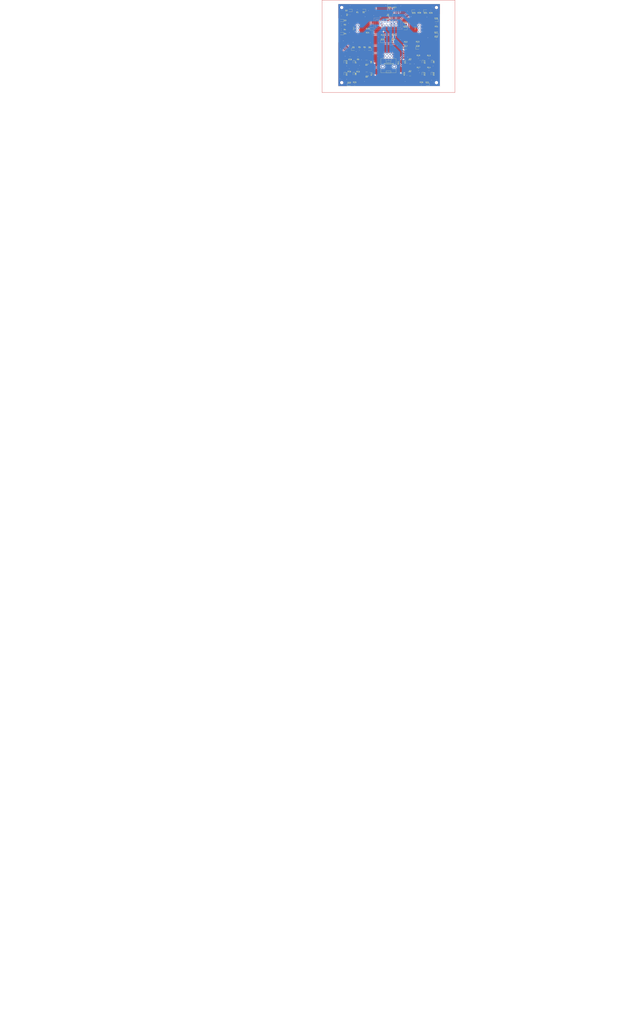
<source format=kicad_pcb>
(kicad_pcb (version 20221018) (generator pcbnew)

  (general
    (thickness 1.6)
  )

  (paper "A4")
  (layers
    (0 "F.Cu" signal)
    (31 "B.Cu" signal)
    (34 "B.Paste" user)
    (35 "F.Paste" user)
    (36 "B.SilkS" user "B.Silkscreen")
    (37 "F.SilkS" user "F.Silkscreen")
    (38 "B.Mask" user)
    (39 "F.Mask" user)
    (44 "Edge.Cuts" user)
    (45 "Margin" user)
    (46 "B.CrtYd" user "B.Courtyard")
    (47 "F.CrtYd" user "F.Courtyard")
    (48 "B.Fab" user)
    (49 "F.Fab" user)
  )

  (setup
    (stackup
      (layer "F.SilkS" (type "Top Silk Screen") (color "White"))
      (layer "F.Paste" (type "Top Solder Paste"))
      (layer "F.Mask" (type "Top Solder Mask") (color "Black") (thickness 0.01))
      (layer "F.Cu" (type "copper") (thickness 0.035))
      (layer "dielectric 1" (type "core") (thickness 1.51) (material "FR4") (epsilon_r 4.5) (loss_tangent 0.02))
      (layer "B.Cu" (type "copper") (thickness 0.035))
      (layer "B.Mask" (type "Bottom Solder Mask") (color "Black") (thickness 0.01))
      (layer "B.Paste" (type "Bottom Solder Paste"))
      (layer "B.SilkS" (type "Bottom Silk Screen") (color "White"))
      (copper_finish "None")
      (dielectric_constraints yes)
    )
    (pad_to_mask_clearance 0)
    (aux_axis_origin 83.75 126.71)
    (grid_origin 83.75 126.71)
    (pcbplotparams
      (layerselection 0x00010fc_ffffffff)
      (plot_on_all_layers_selection 0x0000000_00000000)
      (disableapertmacros false)
      (usegerberextensions false)
      (usegerberattributes true)
      (usegerberadvancedattributes true)
      (creategerberjobfile true)
      (dashed_line_dash_ratio 12.000000)
      (dashed_line_gap_ratio 3.000000)
      (svgprecision 4)
      (plotframeref false)
      (viasonmask false)
      (mode 1)
      (useauxorigin false)
      (hpglpennumber 1)
      (hpglpenspeed 20)
      (hpglpendiameter 15.000000)
      (dxfpolygonmode true)
      (dxfimperialunits true)
      (dxfusepcbnewfont true)
      (psnegative false)
      (psa4output false)
      (plotreference true)
      (plotvalue true)
      (plotinvisibletext false)
      (sketchpadsonfab false)
      (subtractmaskfromsilk false)
      (outputformat 1)
      (mirror false)
      (drillshape 1)
      (scaleselection 1)
      (outputdirectory "")
    )
  )

  (net 0 "")
  (net 1 "/ENG 1 Master")
  (net 2 "GND")
  (net 3 "/ENG 2 Master")
  (net 4 "/LED_PWR")
  (net 5 "Net-(D1-A)")
  (net 6 "Net-(D2-A)")
  (net 7 "Net-(D3-A)")
  (net 8 "Net-(D4-A)")
  (net 9 "Net-(D5-A)")
  (net 10 "Net-(D6-A)")
  (net 11 "Net-(D7-K)")
  (net 12 "Net-(D8-K)")
  (net 13 "Net-(D9-K)")
  (net 14 "Net-(D10-K)")
  (net 15 "/PWM_1")
  (net 16 "VBUS")
  (net 17 "Net-(D15-A)")
  (net 18 "/ENG 1 Fire")
  (net 19 "/ENG 1 Fault")
  (net 20 "Net-(D16-A)")
  (net 21 "/ENG 2 Fire")
  (net 22 "/ENG 2 Fault")
  (net 23 "+3V3")
  (net 24 "/MODE")
  (net 25 "unconnected-(J1-Pin_8-Pad8)")
  (net 26 "Net-(D11-K)")
  (net 27 "Net-(D12-K)")
  (net 28 "Net-(D13-K)")
  (net 29 "Net-(D14-K)")
  (net 30 "Net-(D13-A)")
  (net 31 "Net-(D11-A)")
  (net 32 "Net-(D14-A)")
  (net 33 "Net-(D10-A)")
  (net 34 "Net-(D17-A)")
  (net 35 "Net-(D18-A)")
  (net 36 "Net-(D19-A)")
  (net 37 "Net-(D20-A)")
  (net 38 "Net-(D21-A)")
  (net 39 "Net-(D22-A)")
  (net 40 "Net-(D23-A)")
  (net 41 "Net-(D24-A)")
  (net 42 "Net-(D25-A)")
  (net 43 "Net-(D26-A)")
  (net 44 "Net-(D27-A)")

  (footprint "LED_SMD:LED_0805_2012Metric" (layer "F.Cu") (at 105.85 120.31))

  (footprint "LED_SMD:LED_0805_2012Metric" (layer "F.Cu") (at 169.3125 120.145 180))

  (footprint "Resistor_SMD:R_0805_2012Metric" (layer "F.Cu") (at 114.1375 91.51 180))

  (footprint "NiasStuff:Potentiometer_Alps_RK09L_Double_Vertical" (layer "F.Cu") (at 140.25 95.71 -90))

  (footprint "Resistor_SMD:R_0603_1608Metric" (layer "F.Cu") (at 149.25 111.585 -90))

  (footprint "LED_SMD:LED_0805_2012Metric" (layer "F.Cu") (at 117.65 60.01 180))

  (footprint "LED_SMD:LED_0603_1608Metric" (layer "F.Cu") (at 173.25 101.9225 -90))

  (footprint "MountingHole:MountingHole_2.2mm_M2" (layer "F.Cu") (at 176.75 118.71))

  (footprint "LED_SMD:LED_0805_2012Metric" (layer "F.Cu") (at 141.6125 85.21))

  (footprint "Package_TO_SOT_SMD:SOT-23-3" (layer "F.Cu") (at 119.9125 101.96 180))

  (footprint "LED_SMD:LED_0603_1608Metric" (layer "F.Cu") (at 165.75 101.9225 -90))

  (footprint "Resistor_SMD:R_0603_1608Metric" (layer "F.Cu") (at 149.95 101.885 -90))

  (footprint "Resistor_SMD:R_0805_2012Metric" (layer "F.Cu") (at 118.3375 91.61))

  (footprint "LED_SMD:LED_0805_2012Metric" (layer "F.Cu") (at 161.5125 90.61))

  (footprint "Resistor_SMD:R_0805_2012Metric" (layer "F.Cu") (at 142.95 56.11 180))

  (footprint "LED_SMD:LED_0805_2012Metric" (layer "F.Cu") (at 124.34 75.115))

  (footprint "Resistor_SMD:R_0805_2012Metric" (layer "F.Cu") (at 172.15 60.51 180))

  (footprint "Resistor_SMD:R_0805_2012Metric" (layer "F.Cu") (at 132.9875 81.71))

  (footprint "LED_SMD:LED_0805_2012Metric" (layer "F.Cu") (at 176.45 79.61 180))

  (footprint "Resistor_SMD:R_0805_2012Metric" (layer "F.Cu") (at 113 108.21 180))

  (footprint "Resistor_SMD:R_0805_2012Metric" (layer "F.Cu") (at 112.45 60.01))

  (footprint "LED_SMD:LED_0603_1608Metric" (layer "F.Cu") (at 102.35 102.1225 -90))

  (footprint "Resistor_SMD:R_0805_2012Metric" (layer "F.Cu") (at 105.75 63.5975 90))

  (footprint "Resistor_SMD:R_0805_2012Metric" (layer "F.Cu") (at 164.5375 120.11))

  (footprint "Package_TO_SOT_SMD:SOT-23-3" (layer "F.Cu") (at 155.3125 102.01))

  (footprint "MountingHole:MountingHole_2.2mm_M2" (layer "F.Cu") (at 99.75 57.71))

  (footprint "LED_SMD:LED_0805_2012Metric" (layer "F.Cu") (at 122.4125 91.61 180))

  (footprint "Resistor_SMD:R_0603_1608Metric" (layer "F.Cu") (at 125.35 111.685 90))

  (footprint "Resistor_SMD:R_0805_2012Metric" (layer "F.Cu") (at 170.5375 98.41))

  (footprint "LED_SMD:LED_0603_1608Metric" (layer "F.Cu") (at 109.75 102.1225 -90))

  (footprint "Resistor_SMD:R_0805_2012Metric" (layer "F.Cu") (at 176.55 83.21))

  (footprint "Package_TO_SOT_SMD:SOT-23-3" (layer "F.Cu") (at 155.3125 111.71))

  (footprint "Resistor_SMD:R_0805_2012Metric" (layer "F.Cu") (at 161.45 87.21))

  (footprint "MountingHole:MountingHole_2.2mm_M2" (layer "F.Cu") (at 99.75 118.71))

  (footprint "Resistor_SMD:R_0805_2012Metric" (layer "F.Cu") (at 110.26 120.265 180))

  (footprint "LED_SMD:LED_0805_2012Metric" (layer "F.Cu") (at 138.65 56.11))

  (footprint "Resistor_SMD:R_0805_2012Metric" (layer "F.Cu") (at 176.6375 71.41))

  (footprint "Resistor_SMD:R_0805_2012Metric" (layer "F.Cu") (at 106.4625 98.31 180))

  (footprint "LED_SMD:LED_0805_2012Metric" (layer "F.Cu") (at 151.84 90.635))

  (footprint "LED_SMD:LED_0603_1608Metric" (layer "F.Cu") (at 109.75 111.7225 -90))

  (footprint "LED_SMD:LED_0805_2012Metric" (layer "F.Cu") (at 176.5125 68.31 180))

  (footprint "LED_SMD:LED_0805_2012Metric" (layer "F.Cu") (at 99.6125 68.31 180))

  (footprint "Resistor_SMD:R_0805_2012Metric" (layer "F.Cu") (at 162.75 60.41 180))

  (footprint "LED_SMD:LED_0805_2012Metric" (layer "F.Cu") (at 99.6125 78.91 180))

  (footprint "NiasStuff:SW_SPDT_YUEN-FUNG_ST-0-103-A01-T000-RS" (layer "F.Cu") (at 112.75 74.67 90))

  (footprint "LED_SMD:LED_0603_1608Metric" (layer "F.Cu") (at 165.75 111.7225 -90))

  (footprint "LED_SMD:LED_0603_1608Metric" (layer "F.Cu") (at 102.35 111.7225 -90))

  (footprint "LED_SMD:LED_0805_2012Metric" (layer "F.Cu") (at 167.85 60.51))

  (footprint "Resistor_SMD:R_0805_2012Metric" (layer "F.Cu") (at 105.8375 108.11 180))

  (footprint "Package_TO_SOT_SMD:SOT-23-3" (layer "F.Cu") (at 120.0125 111.56 180))

  (footprint "Resistor_SMD:R_0603_1608Metric" (layer "F.Cu") (at 139.58 67.31))

  (footprint "LED_SMD:LED_0603_1608Metric" (layer "F.Cu") (at 173.15 111.7225 -90))

  (footprint "Resistor_SMD:R_0603_1608Metric" (layer "F.Cu") (at 125.15 102.085 90))

  (footprint "LED_SMD:LED_0805_2012Metric" (layer "F.Cu") (at 158.34 60.545))

  (footprint "Package_TO_SOT_SMD:SOT-23-3" (layer "F.Cu")
    (tstamp b452f834-0a60-4b82-8bab-9aaa06e4d812)
    (at 139.63 63.5725 90)
    (descr "SOT, 3 Pin (https://www.jedec.org/sites/default/files/docs/Mo-178D.PDF inferred 3-pin variant), generated with kicad-footprint-generator ipc_gullwing_generator.py")
    (tags "SOT TO_SOT_SMD")
    (property "JLCPCB Part" "C2891732")
    (property "Manufracturer" "YONGYUTAI")
    (property "Manufracturer Part Number" "SI2302")
    (property "Sheetfile" "115VU.kicad_sch")
    (property "Sheetname" "")
    (property "ki_description" "0.38A Id, 60V Vds, N-Channel MOSFET, SOT-23")
    (property "ki_keywords" "N-Channel MOSFET")
    (path "/61ed1411-c5ee-452f-be3b-532ba3355ee4")
    (attr smd)
    (fp_text reference "Q1" (at 0 -2.4 90) (layer "F.SilkS")
        (effects (font (size 1 1) (thickness 0.15)))
      (tstamp 734bd425-f8c8-459b-9712-3cc09651cf94)
    )
    (fp_text value "SI2302" (at 0 2.4 90) (layer "F.Fab")
        (effects (font (size 1 1) (thickness 0.15)))
      (tstamp 4d39b293-005d-4748-8e39-f88560963bd0)
    )
    (fp_text user "${REFERENCE}" (at 0 0 90) (layer "F.Fab")
        (effects (font (size 0.4 0.4) (thickness 0.06)))
      (tstamp 7b7d395f-8eee-427e-a6f3-b0ab36baad37)
    )
    (fp_line (start 0 -1.56) (end -0.8 -1.56)
      (stroke (width 0.12) (type solid)) (layer "F.SilkS") (tstamp 1d8568c3-d021-4d2b-9f68-99948ad966a8))
    (fp_line (start 0 -1.56) (end 0.8 -1.56)
      (stroke (width 0.12) (type solid)) (layer "F.SilkS") (tstamp 30a72a0a-953c-4f24-91e3-83bf64af2652))
    (fp_line (start 0 1.56) (end -0.8 1.56)
      (stroke (width 0.12) (type solid)) (layer "F.SilkS") (tstamp ddf10d1a-a38f-4ae5-af99-de4a57730c4c))
    (fp_line (start 0 1.56) (end 0.8 1.56)
      (stroke (width 0.12) (type solid)) (layer "F.SilkS") (tstamp 1fe9a7ff-588a-4d7e-ae9d-f82912947ff5))
    (fp_poly
      (pts
        (xy -1.3 -1.51)
        (xy -1.54 -1.84)
        (xy -1.06 -1.84)
        (xy -1.3 -1.51)
      )

      (stroke (width 0.12) (type solid)) (fill solid) (layer "F.SilkS") (tstamp 93a5f1d6-1d0e-4b23-af3b-98da3206e7c5))
    (fp_line (start -2.05 -1.7) (end -2.05 1.7)
      (stroke (width 0.05) (type solid)) (layer "F.CrtYd") (tstamp fe55ae6b-0c58-4ecb-9c4b-cddb3599ad02))
    (fp_line (start -2.05 1.7) (end 2.05 1.7)
      (stroke (width 0.05) (type solid)) (layer "F.CrtYd") (tstamp abcff35a-ef56-4994-b27f-d22c62c5e8f4))
    (fp_line (start 2.05 -1.7) (end -2.05 -1.7)
      (stroke (width 0.05) (type solid)) (layer "F.CrtYd") (tstamp d2955f83-7616-4473-ae47-cf77966c1430))
    (fp_line (start 2.05 1.7) (end 2.05 -1.7)
      (stroke (width 0.05) (type solid)) 
... [1000603 chars truncated]
</source>
